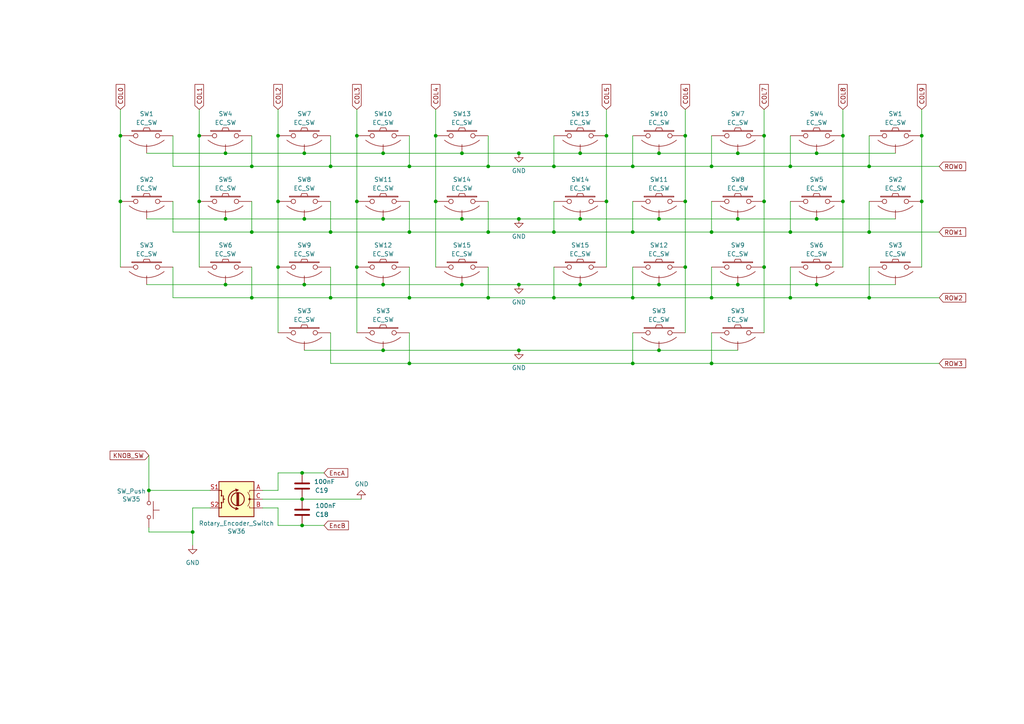
<source format=kicad_sch>
(kicad_sch (version 20230121) (generator eeschema)
  (paper "A4")
  (title_block (title "Le Capybara") (date "2023-07-08") (rev "0.2") (company "sporkus"))
  (lib_symbols
    (symbol "Device:C" (pin_numbers hide) (pin_names (offset 0.254))
      (property "Reference" "C" (at 0.635 2.54 0))
      (property "Value" "C" (at 0.635 -2.54 0))
      (symbol "C_0_1"
        (polyline (pts (xy -2.032 -0.762) (xy 2.032 -0.762)) (stroke (width 0.508)))
        (polyline (pts (xy -2.032 0.762) (xy 2.032 0.762)) (stroke (width 0.508)))
      )
      (symbol "C_1_1"
        (pin passive line (at 0 3.81 270) (length 2.794) (name "~") (number "1"))
        (pin passive line (at 0 -3.81 90) (length 2.794) (name "~") (number "2"))
      )
    )
    (symbol "LeChiffre-rescue:Rotary_Encoder_Switch-Device" (pin_names (offset 0.254) hide)
      (property "Reference" "SW" (at 0 6.604 0))
      (property "Value" "Rotary_Encoder_Switch-Device" (at 0 -6.604 0))
      (symbol "Rotary_Encoder_Switch-Device_0_1"
        (rectangle (start -5.08 5.08) (end 5.08 -5.08) (stroke (width 0.254)) (fill (type background)))
        (circle (center -3.81 0) (radius 0.254) (fill (type outline)))
        (arc (start -0.381 -2.794) (mid 2.3376 -0.0635) (end -0.381 2.667) (stroke (width 0.254)))
        (circle (center -0.381 0) (radius 1.905) (stroke (width 0.254)))
        (polyline (pts (xy -0.635 -1.778) (xy -0.635 1.778)) (stroke (width 0.254)))
        (polyline (pts (xy -0.381 -1.778) (xy -0.381 1.778)) (stroke (width 0.254)))
        (polyline (pts (xy -0.127 1.778) (xy -0.127 -1.778)) (stroke (width 0.254)))
        (polyline (pts (xy 3.81 0) (xy 3.429 0)) (stroke (width 0.254)))
        (polyline (pts (xy 3.81 1.016) (xy 3.81 -1.016)) (stroke (width 0.254)))
        (polyline (pts (xy -5.08 -2.54) (xy -3.81 -2.54) (xy -3.81 -2.032)))
        (polyline (pts (xy -5.08 2.54) (xy -3.81 2.54) (xy -3.81 2.032)))
        (polyline (pts (xy 0.254 -3.048) (xy -0.508 -2.794) (xy 0.127 -2.413)) (stroke (width 0.254)))
        (polyline (pts (xy 0.254 2.921) (xy -0.508 2.667) (xy 0.127 2.286)) (stroke (width 0.254)))
        (polyline (pts (xy 5.08 -2.54) (xy 4.318 -2.54) (xy 4.318 -1.016)) (stroke (width 0.254)))
        (polyline (pts (xy 5.08 2.54) (xy 4.318 2.54) (xy 4.318 1.016)) (stroke (width 0.254)))
        (polyline (pts (xy -5.08 0) (xy -3.81 0) (xy -3.81 -1.016) (xy -3.302 -2.032)))
        (polyline (pts (xy -4.318 0) (xy -3.81 0) (xy -3.81 1.016) (xy -3.302 2.032)))
        (circle (center 4.318 -1.016) (radius 0.127) (stroke (width 0.254)))
        (circle (center 4.318 1.016) (radius 0.127) (stroke (width 0.254)))
      )
      (symbol "Rotary_Encoder_Switch-Device_1_1"
        (pin passive line (at -7.62 2.54 0) (length 2.54) (name "A") (number "A"))
        (pin passive line (at -7.62 -2.54 0) (length 2.54) (name "B") (number "B"))
        (pin passive line (at -7.62 0 0) (length 2.54) (name "C") (number "C"))
        (pin passive line (at 7.62 2.54 180) (length 2.54) (name "S1") (number "S1"))
        (pin passive line (at 7.62 -2.54 180) (length 2.54) (name "S2") (number "S2"))
      )
    )
    (symbol "Switch:SW_Push" (pin_numbers hide) (pin_names (offset 1.016) hide)
      (property "Reference" "SW" (at 1.27 2.54 0))
      (property "Value" "SW_Push" (at 0 -1.524 0))
      (symbol "SW_Push_0_1"
        (circle (center -2.032 0) (radius 0.508))
        (polyline (pts (xy 0 1.27) (xy 0 3.048)))
        (polyline (pts (xy 2.54 1.27) (xy -2.54 1.27)))
        (circle (center 2.032 0) (radius 0.508))
        (pin passive line (at -5.08 0 0) (length 2.54) (name "1") (number "1"))
        (pin passive line (at 5.08 0 180) (length 2.54) (name "2") (number "2"))
      )
    )
    (symbol "cipulot_parts:EC_SW" (pin_numbers hide) (pin_names (offset 1.016) hide)
      (property "Reference" "SW" (at 3.81 2.794 0))
      (property "Value" "EC_SW" (at -3.81 3.81 0))
      (symbol "EC_SW_0_1"
        (arc (start -5.08 -1.27) (mid 0 -3.052) (end 5.08 -1.27))
        (rectangle (start -4.318 1.27) (end 4.318 1.524))
        (polyline (pts (xy -1.016 1.524) (xy -0.762 2.286) (xy 0.762 2.286) (xy 1.016 1.524)))
        (pin passive inverted (at -7.62 0 0) (length 5.08) (name "1") (number "1"))
        (pin passive inverted (at 7.62 0 180) (length 5.08) (name "2") (number "2"))
      )
      (symbol "EC_SW_1_1"
        (pin input line (at 0 -5.08 90) (length 2.54) (name "SG") (number "3"))
      )
    )
    (symbol "power:GND" (power) (pin_names (offset 0))
      (property "Value" "GND" (at 0 -3.81 0))
      (symbol "GND_0_1"
        (polyline (pts (xy 0 0) (xy 0 -1.27) (xy 1.27 -1.27) (xy 0 -2.54) (xy -1.27 -1.27) (xy 0 -1.27)))
      )
      (symbol "GND_1_1"
        (pin power_in line (at 0 0 270) (length 0) hide (name "GND") (number "1"))
      )
    )
  )
  (junction (at 221.615 58.42))
  (junction (at 65.405 82.55))
  (junction (at 206.375 86.36))
  (junction (at 111.125 82.55))
  (junction (at 150.495 44.45))
  (junction (at 88.265 82.55))
  (junction (at 236.855 44.45))
  (junction (at 175.895 58.42))
  (junction (at 206.375 67.31))
  (junction (at 73.025 86.36))
  (junction (at 80.645 39.37))
  (junction (at 150.495 63.5))
  (junction (at 87.63 137.16))
  (junction (at 118.745 105.41))
  (junction (at 221.615 77.47))
  (junction (at 213.995 82.55))
  (junction (at 183.515 67.31))
  (junction (at 150.495 82.55))
  (junction (at 87.63 152.4))
  (junction (at 126.365 39.37))
  (junction (at 141.605 86.36))
  (junction (at 198.755 39.37))
  (junction (at 34.925 58.42))
  (junction (at 267.335 58.42))
  (junction (at 103.505 77.47))
  (junction (at 73.025 67.31))
  (junction (at 191.135 82.55))
  (junction (at 229.235 67.31))
  (junction (at 252.095 67.31))
  (junction (at 88.265 63.5))
  (junction (at 244.475 58.42))
  (junction (at 244.475 39.37))
  (junction (at 221.615 39.37))
  (junction (at 95.885 67.31))
  (junction (at 95.885 86.36))
  (junction (at 34.925 39.37))
  (junction (at 168.275 82.55))
  (junction (at 111.125 63.5))
  (junction (at 87.63 144.78))
  (junction (at 88.265 44.45))
  (junction (at 168.275 44.45))
  (junction (at 118.745 48.26))
  (junction (at 191.135 101.6))
  (junction (at 126.365 58.42))
  (junction (at 183.515 48.26))
  (junction (at 267.335 39.37))
  (junction (at 133.985 82.55))
  (junction (at 55.88 154.305))
  (junction (at 111.125 101.6))
  (junction (at 206.375 48.26))
  (junction (at 191.135 63.5))
  (junction (at 213.995 63.5))
  (junction (at 183.515 105.41))
  (junction (at 198.755 77.47))
  (junction (at 133.985 63.5))
  (junction (at 103.505 58.42))
  (junction (at 141.605 48.26))
  (junction (at 73.025 48.26))
  (junction (at 160.655 67.31))
  (junction (at 168.275 63.5))
  (junction (at 103.505 39.37))
  (junction (at 252.095 86.36))
  (junction (at 198.755 58.42))
  (junction (at 57.785 39.37))
  (junction (at 160.655 86.36))
  (junction (at 118.745 86.36))
  (junction (at 43.18 142.24))
  (junction (at 111.125 44.45))
  (junction (at 95.885 48.26))
  (junction (at 213.995 44.45))
  (junction (at 229.235 86.36))
  (junction (at 252.095 48.26))
  (junction (at 65.405 44.45))
  (junction (at 133.985 44.45))
  (junction (at 150.495 101.6))
  (junction (at 141.605 67.31))
  (junction (at 65.405 63.5))
  (junction (at 80.645 58.42))
  (junction (at 160.655 48.26))
  (junction (at 183.515 86.36))
  (junction (at 80.645 77.47))
  (junction (at 206.375 105.41))
  (junction (at 118.745 67.31))
  (junction (at 191.135 44.45))
  (junction (at 236.855 63.5))
  (junction (at 236.855 82.55))
  (junction (at 175.895 39.37))
  (junction (at 57.785 58.42))
  (junction (at 229.235 48.26))
  (wire (pts (xy 206.375 48.26) (xy 183.515 48.26)))
  (wire (pts (xy 236.855 63.5) (xy 213.995 63.5)))
  (wire (pts (xy 87.63 152.4) (xy 80.645 152.4)))
  (wire (pts (xy 34.925 58.42) (xy 34.925 77.47)))
  (wire (pts (xy 88.265 44.45) (xy 111.125 44.45)))
  (wire (pts (xy 73.025 58.42) (xy 73.025 67.31)))
  (wire (pts (xy 50.165 77.47) (xy 50.165 86.36)))
  (wire (pts (xy 42.545 82.55) (xy 65.405 82.55)))
  (wire (pts (xy 252.095 39.37) (xy 252.095 48.26)))
  (wire (pts (xy 198.755 58.42) (xy 198.755 77.47)))
  (wire (pts (xy 43.18 142.24) (xy 60.96 142.24)))
  (wire (pts (xy 34.925 39.37) (xy 34.925 58.42)))
  (wire (pts (xy 191.135 63.5) (xy 168.275 63.5)))
  (wire (pts (xy 43.18 132.08) (xy 43.18 142.24)))
  (wire (pts (xy 272.415 105.41) (xy 206.375 105.41)))
  (wire (pts (xy 229.235 39.37) (xy 229.235 48.26)))
  (wire (pts (xy 80.645 77.47) (xy 80.645 96.52)))
  (wire (pts (xy 111.125 101.6) (xy 150.495 101.6)))
  (wire (pts (xy 95.885 96.52) (xy 95.885 105.41)))
  (wire (pts (xy 87.63 144.78) (xy 104.775 144.78)))
  (wire (pts (xy 213.995 101.6) (xy 191.135 101.6)))
  (wire (pts (xy 141.605 39.37) (xy 141.605 48.26)))
  (wire (pts (xy 229.235 86.36) (xy 206.375 86.36)))
  (wire (pts (xy 111.125 44.45) (xy 133.985 44.45)))
  (wire (pts (xy 206.375 105.41) (xy 183.515 105.41)))
  (wire (pts (xy 267.335 31.75) (xy 267.335 39.37)))
  (wire (pts (xy 236.855 82.55) (xy 213.995 82.55)))
  (wire (pts (xy 65.405 44.45) (xy 88.265 44.45)))
  (wire (pts (xy 229.235 67.31) (xy 206.375 67.31)))
  (wire (pts (xy 206.375 58.42) (xy 206.375 67.31)))
  (wire (pts (xy 259.715 82.55) (xy 236.855 82.55)))
  (wire (pts (xy 183.515 86.36) (xy 160.655 86.36)))
  (wire (pts (xy 272.415 67.31) (xy 252.095 67.31)))
  (wire (pts (xy 141.605 86.36) (xy 160.655 86.36)))
  (wire (pts (xy 168.275 44.45) (xy 150.495 44.45)))
  (wire (pts (xy 55.88 147.32) (xy 60.96 147.32)))
  (wire (pts (xy 141.605 58.42) (xy 141.605 67.31)))
  (wire (pts (xy 213.995 44.45) (xy 191.135 44.45)))
  (wire (pts (xy 80.645 152.4) (xy 80.645 147.32)))
  (wire (pts (xy 73.025 39.37) (xy 73.025 48.26)))
  (wire (pts (xy 272.415 48.26) (xy 252.095 48.26)))
  (wire (pts (xy 118.745 77.47) (xy 118.745 86.36)))
  (wire (pts (xy 183.515 67.31) (xy 160.655 67.31)))
  (wire (pts (xy 88.265 101.6) (xy 111.125 101.6)))
  (wire (pts (xy 229.235 77.47) (xy 229.235 86.36)))
  (wire (pts (xy 206.375 96.52) (xy 206.375 105.41)))
  (wire (pts (xy 206.375 39.37) (xy 206.375 48.26)))
  (wire (pts (xy 103.505 31.75) (xy 103.505 39.37)))
  (wire (pts (xy 103.505 58.42) (xy 103.505 77.47)))
  (wire (pts (xy 80.645 39.37) (xy 80.645 58.42)))
  (wire (pts (xy 50.165 67.31) (xy 73.025 67.31)))
  (wire (pts (xy 87.63 152.4) (xy 93.98 152.4)))
  (wire (pts (xy 88.265 63.5) (xy 111.125 63.5)))
  (wire (pts (xy 267.335 58.42) (xy 267.335 77.47)))
  (wire (pts (xy 95.885 39.37) (xy 95.885 48.26)))
  (wire (pts (xy 95.885 67.31) (xy 118.745 67.31)))
  (wire (pts (xy 118.745 58.42) (xy 118.745 67.31)))
  (wire (pts (xy 267.335 39.37) (xy 267.335 58.42)))
  (wire (pts (xy 221.615 77.47) (xy 221.615 96.52)))
  (wire (pts (xy 213.995 82.55) (xy 191.135 82.55)))
  (wire (pts (xy 57.785 39.37) (xy 57.785 58.42)))
  (wire (pts (xy 252.095 48.26) (xy 229.235 48.26)))
  (wire (pts (xy 95.885 86.36) (xy 118.745 86.36)))
  (wire (pts (xy 118.745 105.41) (xy 183.515 105.41)))
  (wire (pts (xy 252.095 67.31) (xy 229.235 67.31)))
  (wire (pts (xy 126.365 58.42) (xy 126.365 77.47)))
  (wire (pts (xy 95.885 58.42) (xy 95.885 67.31)))
  (wire (pts (xy 175.895 31.75) (xy 175.895 39.37)))
  (wire (pts (xy 221.615 58.42) (xy 221.615 77.47)))
  (wire (pts (xy 118.745 96.52) (xy 118.745 105.41)))
  (wire (pts (xy 252.095 58.42) (xy 252.095 67.31)))
  (wire (pts (xy 50.165 58.42) (xy 50.165 67.31)))
  (wire (pts (xy 168.275 82.55) (xy 150.495 82.55)))
  (wire (pts (xy 88.265 82.55) (xy 111.125 82.55)))
  (wire (pts (xy 259.715 44.45) (xy 236.855 44.45)))
  (wire (pts (xy 43.18 142.24) (xy 43.18 142.875)))
  (wire (pts (xy 43.18 153.035) (xy 43.18 154.305)))
  (wire (pts (xy 206.375 77.47) (xy 206.375 86.36)))
  (wire (pts (xy 175.895 39.37) (xy 175.895 58.42)))
  (wire (pts (xy 126.365 39.37) (xy 126.365 58.42)))
  (wire (pts (xy 141.605 67.31) (xy 160.655 67.31)))
  (wire (pts (xy 80.645 137.16) (xy 87.63 137.16)))
  (wire (pts (xy 183.515 48.26) (xy 160.655 48.26)))
  (wire (pts (xy 57.785 58.42) (xy 57.785 77.47)))
  (wire (pts (xy 95.885 48.26) (xy 118.745 48.26)))
  (wire (pts (xy 103.505 77.47) (xy 103.505 96.52)))
  (wire (pts (xy 160.655 39.37) (xy 160.655 48.26)))
  (wire (pts (xy 34.925 31.75) (xy 34.925 39.37)))
  (wire (pts (xy 244.475 39.37) (xy 244.475 58.42)))
  (wire (pts (xy 160.655 58.42) (xy 160.655 67.31)))
  (wire (pts (xy 244.475 58.42) (xy 244.475 77.47)))
  (wire (pts (xy 73.025 48.26) (xy 95.885 48.26)))
  (wire (pts (xy 50.165 86.36) (xy 73.025 86.36)))
  (wire (pts (xy 80.645 58.42) (xy 80.645 77.47)))
  (wire (pts (xy 221.615 39.37) (xy 221.615 58.42)))
  (wire (pts (xy 150.495 101.6) (xy 191.135 101.6)))
  (wire (pts (xy 87.63 144.78) (xy 76.2 144.78)))
  (wire (pts (xy 43.18 154.305) (xy 55.88 154.305)))
  (wire (pts (xy 80.645 31.75) (xy 80.645 39.37)))
  (wire (pts (xy 65.405 82.55) (xy 88.265 82.55)))
  (wire (pts (xy 80.645 142.24) (xy 76.2 142.24)))
  (wire (pts (xy 80.645 137.16) (xy 80.645 142.24)))
  (wire (pts (xy 103.505 39.37) (xy 103.505 58.42)))
  (wire (pts (xy 118.745 86.36) (xy 141.605 86.36)))
  (wire (pts (xy 183.515 96.52) (xy 183.515 105.41)))
  (wire (pts (xy 65.405 63.5) (xy 88.265 63.5)))
  (wire (pts (xy 95.885 77.47) (xy 95.885 86.36)))
  (wire (pts (xy 168.275 63.5) (xy 150.495 63.5)))
  (wire (pts (xy 42.545 44.45) (xy 65.405 44.45)))
  (wire (pts (xy 118.745 48.26) (xy 141.605 48.26)))
  (wire (pts (xy 118.745 39.37) (xy 118.745 48.26)))
  (wire (pts (xy 87.63 137.16) (xy 93.98 137.16)))
  (wire (pts (xy 150.495 63.5) (xy 133.985 63.5)))
  (wire (pts (xy 175.895 58.42) (xy 175.895 77.47)))
  (wire (pts (xy 259.715 63.5) (xy 236.855 63.5)))
  (wire (pts (xy 141.605 48.26) (xy 160.655 48.26)))
  (wire (pts (xy 73.025 86.36) (xy 95.885 86.36)))
  (wire (pts (xy 141.605 77.47) (xy 141.605 86.36)))
  (wire (pts (xy 55.88 158.115) (xy 55.88 154.305)))
  (wire (pts (xy 206.375 67.31) (xy 183.515 67.31)))
  (wire (pts (xy 42.545 63.5) (xy 65.405 63.5)))
  (wire (pts (xy 236.855 44.45) (xy 213.995 44.45)))
  (wire (pts (xy 183.515 77.47) (xy 183.515 86.36)))
  (wire (pts (xy 50.165 39.37) (xy 50.165 48.26)))
  (wire (pts (xy 55.88 154.305) (xy 55.88 147.32)))
  (wire (pts (xy 118.745 105.41) (xy 95.885 105.41)))
  (wire (pts (xy 191.135 82.55) (xy 168.275 82.55)))
  (wire (pts (xy 252.095 77.47) (xy 252.095 86.36)))
  (wire (pts (xy 73.025 67.31) (xy 95.885 67.31)))
  (wire (pts (xy 229.235 48.26) (xy 206.375 48.26)))
  (wire (pts (xy 126.365 31.75) (xy 126.365 39.37)))
  (wire (pts (xy 50.165 48.26) (xy 73.025 48.26)))
  (wire (pts (xy 111.125 63.5) (xy 133.985 63.5)))
  (wire (pts (xy 206.375 86.36) (xy 183.515 86.36)))
  (wire (pts (xy 198.755 39.37) (xy 198.755 58.42)))
  (wire (pts (xy 198.755 31.75) (xy 198.755 39.37)))
  (wire (pts (xy 191.135 44.45) (xy 168.275 44.45)))
  (wire (pts (xy 111.125 82.55) (xy 133.985 82.55)))
  (wire (pts (xy 118.745 67.31) (xy 141.605 67.31)))
  (wire (pts (xy 160.655 77.47) (xy 160.655 86.36)))
  (wire (pts (xy 80.645 147.32) (xy 76.2 147.32)))
  (wire (pts (xy 272.415 86.36) (xy 252.095 86.36)))
  (wire (pts (xy 229.235 58.42) (xy 229.235 67.31)))
  (wire (pts (xy 73.025 77.47) (xy 73.025 86.36)))
  (wire (pts (xy 183.515 39.37) (xy 183.515 48.26)))
  (wire (pts (xy 198.755 77.47) (xy 198.755 96.52)))
  (wire (pts (xy 213.995 63.5) (xy 191.135 63.5)))
  (wire (pts (xy 183.515 58.42) (xy 183.515 67.31)))
  (wire (pts (xy 244.475 31.75) (xy 244.475 39.37)))
  (wire (pts (xy 252.095 86.36) (xy 229.235 86.36)))
  (wire (pts (xy 150.495 82.55) (xy 133.985 82.55)))
  (wire (pts (xy 150.495 44.45) (xy 133.985 44.45)))
  (wire (pts (xy 221.615 31.75) (xy 221.615 39.37)))
  (wire (pts (xy 57.785 31.75) (xy 57.785 39.37)))
  (global_label "ROW2" (shape input) (at 272.415 86.36 0) (property "Intersheetrefs" "${INTERSHEET_REFS}" (effects hide)))
  (global_label "EncB" (shape input) (at 93.98 152.4 0) (property "Intersheetrefs" "${INTERSHEET_REFS}" (effects hide)))
  (global_label "COL7" (shape input) (at 221.615 31.75 90) (property "Intersheetrefs" "${INTERSHEET_REFS}" (effects hide)))
  (global_label "COL1" (shape input) (at 57.785 31.75 90) (property "Intersheetrefs" "${INTERSHEET_REFS}" (effects hide)))
  (global_label "COL2" (shape input) (at 80.645 31.75 90) (property "Intersheetrefs" "${INTERSHEET_REFS}" (effects hide)))
  (global_label "COL8" (shape input) (at 244.475 31.75 90) (property "Intersheetrefs" "${INTERSHEET_REFS}" (effects hide)))
  (global_label "ROW3" (shape input) (at 272.415 105.41 0) (property "Intersheetrefs" "${INTERSHEET_REFS}" (effects hide)))
  (global_label "COL9" (shape input) (at 267.335 31.75 90) (property "Intersheetrefs" "${INTERSHEET_REFS}" (effects hide)))
  (global_label "KNOB_SW" (shape input) (at 43.18 132.08 180) (property "Intersheetrefs" "${INTERSHEET_REFS}" (effects hide)))
  (global_label "COL0" (shape input) (at 34.925 31.75 90) (property "Intersheetrefs" "${INTERSHEET_REFS}" (effects hide)))
  (global_label "COL3" (shape input) (at 103.505 31.75 90) (property "Intersheetrefs" "${INTERSHEET_REFS}" (effects hide)))
  (global_label "ROW1" (shape input) (at 272.415 67.31 0) (property "Intersheetrefs" "${INTERSHEET_REFS}" (effects hide)))
  (global_label "COL6" (shape input) (at 198.755 31.75 90) (property "Intersheetrefs" "${INTERSHEET_REFS}" (effects hide)))
  (global_label "ROW0" (shape input) (at 272.415 48.26 0) (property "Intersheetrefs" "${INTERSHEET_REFS}" (effects hide)))
  (global_label "EncA" (shape input) (at 93.98 137.16 0) (property "Intersheetrefs" "${INTERSHEET_REFS}" (effects hide)))
  (global_label "COL5" (shape input) (at 175.895 31.75 90) (property "Intersheetrefs" "${INTERSHEET_REFS}" (effects hide)))
  (global_label "COL4" (shape input) (at 126.365 31.75 90) (property "Intersheetrefs" "${INTERSHEET_REFS}" (effects hide)))
  (symbol (lib_id "power:GND") (at 150.495 101.6 0) (unit 1)
    (property "Reference" "#PWR026" (effects hide))
    (property "Value" "GND" (at 150.495 106.68 0))
  )
  (symbol (lib_id "cipulot_parts:EC_SW") (at 191.135 96.52 0) (mirror y) (unit 1)
    (property "Reference" "SW3" (at 191.135 90.17 0))
    (property "Value" "EC_SW" (at 191.135 92.71 0))
    (property "Footprint" "capacitive_sensors:capy_pad_1U_90deg" (effects hide))
    (instances (project "tako" (path "" (reference "SW3") (unit 1))) (project "tako" (path "" (reference "SW17") (unit 1))) (project "le_capybara" (path "" (reference "SW33") (unit 1))))
  )
  (symbol (lib_id "Switch:SW_Push") (at 43.18 147.955 270) (mirror x) (unit 1)
    (property "Reference" "SW35" (at 38.1 144.78 90))
    (property "Value" "SW_Push" (at 38.1 142.4686 90))
    (property "Footprint" "modified_footrprints:MX-Solderable-1U" (effects hide))
    (instances (project "le_capybara" (path "" (reference "SW35") (unit 1))) (project "LeChiffre" (path "" (reference "SW?") (unit 1))))
  )
  (symbol (lib_id "cipulot_parts:EC_SW") (at 133.985 39.37 0) (unit 1) (in_bom no)
    (property "Reference" "SW13" (at 133.985 33.02 0))
    (property "Value" "EC_SW" (at 133.985 35.56 0))
    (property "Footprint" "capacitive_sensors:capy_pad_1U_90deg" (effects hide))
    (instances (project "tako" (path "" (reference "SW13") (unit 1))) (project "tako" (path "" (reference "SW5") (unit 1))) (project "le_capybara" (path "" (reference "SW5") (unit 1))))
  )
  (symbol (lib_id "cipulot_parts:EC_SW") (at 133.985 58.42 0) (unit 1) (in_bom no)
    (property "Reference" "SW14" (at 133.985 52.07 0))
    (property "Value" "EC_SW" (at 133.985 54.61 0))
    (property "Footprint" "capacitive_sensors:capy_pad_1U_90deg" (effects hide))
    (instances (project "tako" (path "" (reference "SW14") (unit 1))) (project "tako" (path "" (reference "SW10") (unit 1))) (project "le_capybara" (path "" (reference "SW15") (unit 1))))
  )
  (symbol (lib_id "cipulot_parts:EC_SW") (at 65.405 58.42 0) (unit 1) (in_bom no)
    (property "Reference" "SW5" (at 65.405 52.07 0))
    (property "Value" "EC_SW" (at 65.405 54.61 0))
    (property "Footprint" "capacitive_sensors:capy_pad_1U_90deg" (effects hide))
    (instances (project "tako" (path "" (reference "SW5") (unit 1))) (project "tako" (path "" (reference "SW7") (unit 1))) (project "le_capybara" (path "" (reference "SW12") (unit 1))))
  )
  (symbol (lib_id "power:GND") (at 150.495 44.45 0) (unit 1)
    (property "Reference" "#PWR02" (effects hide))
    (property "Value" "GND" (at 150.495 49.53 0))
  )
  (symbol (lib_id "cipulot_parts:EC_SW") (at 88.265 77.47 0) (unit 1) (in_bom no)
    (property "Reference" "SW9" (at 88.265 71.12 0))
    (property "Value" "EC_SW" (at 88.265 73.66 0))
    (property "Footprint" "capacitive_sensors:capy_pad_1U_90deg" (effects hide))
    (instances (project "tako" (path "" (reference "SW9") (unit 1))) (project "tako" (path "" (reference "SW13") (unit 1))) (project "le_capybara" (path "" (reference "SW23") (unit 1))))
  )
  (symbol (lib_id "cipulot_parts:EC_SW") (at 88.265 58.42 0) (unit 1) (in_bom no)
    (property "Reference" "SW8" (at 88.265 52.07 0))
    (property "Value" "EC_SW" (at 88.265 54.61 0))
    (property "Footprint" "capacitive_sensors:capy_pad_1U_90deg" (effects hide))
    (instances (project "tako" (path "" (reference "SW8") (unit 1))) (project "tako" (path "" (reference "SW8") (unit 1))) (project "le_capybara" (path "" (reference "SW13") (unit 1))))
  )
  (symbol (lib_id "Device:C") (at 87.63 148.59 0) (mirror x) (unit 1)
    (property "Reference" "C18" (at 91.44 149.225 0) (effects (justify left)))
    (property "Value" "100nF" (at 91.44 146.685 0) (effects (justify left)))
    (property "Footprint" "Capacitor_SMD:C_0402_1005Metric" (effects hide))
    (property "LCSC" "C307331" (effects hide))
    (instances (project "key_matrix" (path "" (reference "C18") (unit 1))) (project "bully" (path "" (reference "C18") (unit 1))) (project "le_capybara" (path "" (reference "C9") (unit 1))))
  )
  (symbol (lib_id "cipulot_parts:EC_SW") (at 168.275 77.47 0) (mirror y) (unit 1) (in_bom no)
    (property "Reference" "SW15" (at 168.275 71.12 0))
    (property "Value" "EC_SW" (at 168.275 73.66 0))
    (property "Footprint" "capacitive_sensors:capy_pad_1U_90deg" (effects hide))
    (instances (project "tako" (path "" (reference "SW15") (unit 1))) (project "tako" (path "" (reference "SW15") (unit 1))) (project "le_capybara" (path "" (reference "SW26") (unit 1))))
  )
  (symbol (lib_id "power:GND") (at 55.88 158.115 0) (mirror y) (unit 1)
    (property "Reference" "#PWR037" (effects hide))
    (property "Value" "GND" (at 55.88 163.195 0))
  )
  (symbol (lib_id "cipulot_parts:EC_SW") (at 236.855 77.47 0) (mirror y) (unit 1) (in_bom no)
    (property "Reference" "SW6" (at 236.855 71.12 0))
    (property "Value" "EC_SW" (at 236.855 73.66 0))
    (property "Footprint" "capacitive_sensors:capy_pad_1U_90deg" (effects hide))
    (instances (project "tako" (path "" (reference "SW6") (unit 1))) (project "tako" (path "" (reference "SW12") (unit 1))) (project "le_capybara" (path "" (reference "SW29") (unit 1))))
  )
  (symbol (lib_id "cipulot_parts:EC_SW") (at 88.265 96.52 0) (unit 1) (in_bom no)
    (property "Reference" "SW3" (at 88.265 90.17 0))
    (property "Value" "EC_SW" (at 88.265 92.71 0))
    (property "Footprint" "capacitive_sensors:capy_pad_1U_90deg" (effects hide))
    (instances (project "tako" (path "" (reference "SW3") (unit 1))) (project "tako" (path "" (reference "SW16") (unit 1))) (project "le_capybara" (path "" (reference "SW31") (unit 1))))
  )
  (symbol (lib_id "cipulot_parts:EC_SW") (at 111.125 96.52 0) (mirror y) (unit 1)
    (property "Reference" "SW3" (at 111.125 90.17 0))
    (property "Value" "EC_SW" (at 111.125 92.71 0))
    (property "Footprint" "capacitive_sensors:capy_pad_1U_90deg" (effects hide))
    (instances (project "tako" (path "" (reference "SW3") (unit 1))) (project "tako" (path "" (reference "SW17") (unit 1))) (project "le_capybara" (path "" (reference "SW32") (unit 1))))
  )
  (symbol (lib_id "cipulot_parts:EC_SW") (at 111.125 58.42 0) (unit 1) (in_bom no)
    (property "Reference" "SW11" (at 111.125 52.07 0))
    (property "Value" "EC_SW" (at 111.125 54.61 0))
    (property "Footprint" "capacitive_sensors:capy_pad_1U_90deg" (effects hide))
    (instances (project "tako" (path "" (reference "SW11") (unit 1))) (project "tako" (path "" (reference "SW9") (unit 1))) (project "le_capybara" (path "" (reference "SW14") (unit 1))))
  )
  (symbol (lib_id "cipulot_parts:EC_SW") (at 88.265 39.37 0) (unit 1) (in_bom no)
    (property "Reference" "SW7" (at 88.265 33.02 0))
    (property "Value" "EC_SW" (at 88.265 35.56 0))
    (property "Footprint" "capacitive_sensors:capy_pad_1U_90deg" (effects hide))
    (instances (project "tako" (path "" (reference "SW7") (unit 1))) (project "tako" (path "" (reference "SW3") (unit 1))) (project "le_capybara" (path "" (reference "SW3") (unit 1))))
  )
  (symbol (lib_id "cipulot_parts:EC_SW") (at 259.715 77.47 0) (mirror y) (unit 1) (in_bom no)
    (property "Reference" "SW3" (at 259.715 71.12 0))
    (property "Value" "EC_SW" (at 259.715 73.66 0))
    (property "Footprint" "capacitive_sensors:capy_pad_1U_90deg" (effects hide))
    (instances (project "tako" (path "" (reference "SW3") (unit 1))) (project "tako" (path "" (reference "SW11") (unit 1))) (project "le_capybara" (path "" (reference "SW30") (unit 1))))
  )
  (symbol (lib_id "cipulot_parts:EC_SW") (at 168.275 39.37 0) (mirror y) (unit 1) (in_bom no)
    (property "Reference" "SW13" (at 168.275 33.02 0))
    (property "Value" "EC_SW" (at 168.275 35.56 0))
    (property "Footprint" "capacitive_sensors:capy_pad_1U_90deg" (effects hide))
    (instances (project "tako" (path "" (reference "SW13") (unit 1))) (project "tako" (path "" (reference "SW5") (unit 1))) (project "le_capybara" (path "" (reference "SW6") (unit 1))))
  )
  (symbol (lib_id "cipulot_parts:EC_SW") (at 259.715 39.37 0) (mirror y) (unit 1) (in_bom no)
    (property "Reference" "SW1" (at 259.715 33.02 0))
    (property "Value" "EC_SW" (at 259.715 35.56 0))
    (property "Footprint" "capacitive_sensors:capy_pad_1U_90deg" (effects hide))
    (instances (project "tako" (path "" (reference "SW1") (unit 1))) (project "tako" (path "" (reference "SW1") (unit 1))) (project "le_capybara" (path "" (reference "SW10") (unit 1))))
  )
  (symbol (lib_id "cipulot_parts:EC_SW") (at 42.545 77.47 0) (unit 1) (in_bom no)
    (property "Reference" "SW3" (at 42.545 71.12 0))
    (property "Value" "EC_SW" (at 42.545 73.66 0))
    (property "Footprint" "capacitive_sensors:capy_pad_1U_90deg" (effects hide))
    (instances (project "tako" (path "" (reference "SW3") (unit 1))) (project "tako" (path "" (reference "SW11") (unit 1))) (project "le_capybara" (path "" (reference "SW21") (unit 1))))
  )
  (symbol (lib_id "Device:C") (at 87.63 140.97 0) (unit 1)
    (property "Reference" "C19" (at 95.25 142.24 0) (effects (justify right)))
    (property "Value" "100nF" (at 97.155 139.7 0) (effects (justify right)))
    (property "Footprint" "Capacitor_SMD:C_0402_1005Metric" (effects hide))
    (property "LCSC" "C307331" (effects hide))
    (instances (project "key_matrix" (path "" (reference "C19") (unit 1))) (project "bully" (path "" (reference "C19") (unit 1))) (project "le_capybara" (path "" (reference "C10") (unit 1))))
  )
  (symbol (lib_id "cipulot_parts:EC_SW") (at 168.275 58.42 0) (unit 1) (in_bom no)
    (property "Reference" "SW14" (at 168.275 52.07 0))
    (property "Value" "EC_SW" (at 168.275 54.61 0))
    (property "Footprint" "capacitive_sensors:capy_pad_1U_90deg" (effects hide))
    (instances (project "tako" (path "" (reference "SW14") (unit 1))) (project "tako" (path "" (reference "SW10") (unit 1))) (project "le_capybara" (path "" (reference "SW16") (unit 1))))
  )
  (symbol (lib_id "cipulot_parts:EC_SW") (at 191.135 77.47 0) (mirror y) (unit 1) (in_bom no)
    (property "Reference" "SW12" (at 191.135 71.12 0))
    (property "Value" "EC_SW" (at 191.135 73.66 0))
    (property "Footprint" "capacitive_sensors:capy_pad_1U_90deg" (effects hide))
    (instances (project "tako" (path "" (reference "SW12") (unit 1))) (project "tako" (path "" (reference "SW14") (unit 1))) (project "le_capybara" (path "" (reference "SW27") (unit 1))))
  )
  (symbol (lib_id "cipulot_parts:EC_SW") (at 236.855 39.37 0) (mirror y) (unit 1) (in_bom no)
    (property "Reference" "SW4" (at 236.855 33.02 0))
    (property "Value" "EC_SW" (at 236.855 35.56 0))
    (property "Footprint" "capacitive_sensors:capy_pad_1U_90deg" (effects hide))
    (instances (project "tako" (path "" (reference "SW4") (unit 1))) (project "tako" (path "" (reference "SW2") (unit 1))) (project "le_capybara" (path "" (reference "SW9") (unit 1))))
  )
  (symbol (lib_id "cipulot_parts:EC_SW") (at 213.995 96.52 0) (mirror y) (unit 1) (in_bom no)
    (property "Reference" "SW3" (at 213.995 90.17 0))
    (property "Value" "EC_SW" (at 213.995 92.71 0))
    (property "Footprint" "capacitive_sensors:capy_pad_1U_90deg" (effects hide))
    (instances (project "tako" (path "" (reference "SW3") (unit 1))) (project "tako" (path "" (reference "SW16") (unit 1))) (project "le_capybara" (path "" (reference "SW34") (unit 1))))
  )
  (symbol (lib_id "cipulot_parts:EC_SW") (at 213.995 77.47 0) (mirror y) (unit 1) (in_bom no)
    (property "Reference" "SW9" (at 213.995 71.12 0))
    (property "Value" "EC_SW" (at 213.995 73.66 0))
    (property "Footprint" "capacitive_sensors:capy_pad_1U_90deg" (effects hide))
    (instances (project "tako" (path "" (reference "SW9") (unit 1))) (project "tako" (path "" (reference "SW13") (unit 1))) (project "le_capybara" (path "" (reference "SW28") (unit 1))))
  )
  (symbol (lib_id "power:GND") (at 150.495 63.5 0) (unit 1)
    (property "Reference" "#PWR024" (effects hide))
    (property "Value" "GND" (at 150.495 68.58 0))
  )
  (symbol (lib_id "cipulot_parts:EC_SW") (at 213.995 39.37 0) (mirror y) (unit 1) (in_bom no)
    (property "Reference" "SW7" (at 213.995 33.02 0))
    (property "Value" "EC_SW" (at 213.995 35.56 0))
    (property "Footprint" "capacitive_sensors:capy_pad_1U_90deg" (effects hide))
    (instances (project "tako" (path "" (reference "SW7") (unit 1))) (project "tako" (path "" (reference "SW3") (unit 1))) (project "le_capybara" (path "" (reference "SW8") (unit 1))))
  )
  (symbol (lib_id "power:GND") (at 104.775 144.78 0) (mirror x) (unit 1)
    (property "Reference" "#PWR027" (effects hide))
    (property "Value" "GND" (at 104.902 140.3858 0))
    (instances (project "le_capybara" (path "" (reference "#PWR027") (unit 1))) (project "LeChiffre" (path "" (reference "#PWR?") (unit 1))))
  )
  (symbol (lib_id "cipulot_parts:EC_SW") (at 65.405 39.37 0) (unit 1) (in_bom no)
    (property "Reference" "SW4" (at 65.405 33.02 0))
    (property "Value" "EC_SW" (at 65.405 35.56 0))
    (property "Footprint" "capacitive_sensors:capy_pad_1U_90deg" (effects hide))
    (instances (project "tako" (path "" (reference "SW4") (unit 1))) (project "tako" (path "" (reference "SW2") (unit 1))) (project "le_capybara" (path "" (reference "SW2") (unit 1))))
  )
  (symbol (lib_id "LeChiffre-rescue:Rotary_Encoder_Switch-Device") (at 68.58 144.78 0) (mirror y) (unit 1) (in_bom no)
    (property "Reference" "SW36" (at 68.58 154.1018 0))
    (property "Value" "Rotary_Encoder_Switch" (at 68.58 151.7904 0))
    (property "Footprint" "modified_footrprints:ROT_Alps_EC11E-Switch" (effects hide))
    (instances (project "le_capybara" (path "" (reference "SW36") (unit 1))) (project "LeChiffre" (path "" (reference "SW?") (unit 1))))
  )
  (symbol (lib_id "cipulot_parts:EC_SW") (at 133.985 77.47 0) (unit 1) (in_bom no)
    (property "Reference" "SW15" (at 133.985 71.12 0))
    (property "Value" "EC_SW" (at 133.985 73.66 0))
    (property "Footprint" "capacitive_sensors:capy_pad_1U_90deg" (effects hide))
    (instances (project "tako" (path "" (reference "SW15") (unit 1))) (project "tako" (path "" (reference "SW15") (unit 1))) (project "le_capybara" (path "" (reference "SW25") (unit 1))))
  )
  (symbol (lib_id "power:GND") (at 150.495 82.55 0) (unit 1)
    (property "Reference" "#PWR025" (effects hide))
    (property "Value" "GND" (at 150.495 87.63 0))
  )
  (symbol (lib_id "cipulot_parts:EC_SW") (at 191.135 39.37 0) (mirror y) (unit 1) (in_bom no)
    (property "Reference" "SW10" (at 191.135 33.02 0))
    (property "Value" "EC_SW" (at 191.135 35.56 0))
    (property "Footprint" "capacitive_sensors:capy_pad_1U_90deg" (effects hide))
    (instances (project "tako" (path "" (reference "SW10") (unit 1))) (project "tako" (path "" (reference "SW4") (unit 1))) (project "le_capybara" (path "" (reference "SW7") (unit 1))))
  )
  (symbol (lib_id "cipulot_parts:EC_SW") (at 236.855 58.42 0) (mirror y) (unit 1) (in_bom no)
    (property "Reference" "SW5" (at 236.855 52.07 0))
    (property "Value" "EC_SW" (at 236.855 54.61 0))
    (property "Footprint" "capacitive_sensors:capy_pad_1U_90deg" (effects hide))
    (instances (project "tako" (path "" (reference "SW5") (unit 1))) (project "tako" (path "" (reference "SW7") (unit 1))) (project "le_capybara" (path "" (reference "SW19") (unit 1))))
  )
  (symbol (lib_id "cipulot_parts:EC_SW") (at 42.545 39.37 0) (unit 1) (in_bom no)
    (property "Reference" "SW1" (at 42.545 33.02 0))
    (property "Value" "EC_SW" (at 42.545 35.56 0))
    (property "Footprint" "capacitive_sensors:capy_pad_1U_90deg" (effects hide))
  )
  (symbol (lib_id "cipulot_parts:EC_SW") (at 42.545 58.42 0) (unit 1) (in_bom no)
    (property "Reference" "SW2" (at 42.545 52.07 0))
    (property "Value" "EC_SW" (at 42.545 54.61 0))
    (property "Footprint" "capacitive_sensors:capy_pad_1U_90deg" (effects hide))
    (instances (project "tako" (path "" (reference "SW2") (unit 1))) (project "tako" (path "" (reference "SW6") (unit 1))) (project "le_capybara" (path "" (reference "SW11") (unit 1))))
  )
  (symbol (lib_id "cipulot_parts:EC_SW") (at 111.125 77.47 0) (unit 1) (in_bom no)
    (property "Reference" "SW12" (at 111.125 71.12 0))
    (property "Value" "EC_SW" (at 111.125 73.66 0))
    (property "Footprint" "capacitive_sensors:capy_pad_1U_90deg" (effects hide))
    (instances (project "tako" (path "" (reference "SW12") (unit 1))) (project "tako" (path "" (reference "SW14") (unit 1))) (project "le_capybara" (path "" (reference "SW24") (unit 1))))
  )
  (symbol (lib_id "cipulot_parts:EC_SW") (at 213.995 58.42 0) (mirror y) (unit 1) (in_bom no)
    (property "Reference" "SW8" (at 213.995 52.07 0))
    (property "Value" "EC_SW" (at 213.995 54.61 0))
    (property "Footprint" "capacitive_sensors:capy_pad_1U_90deg" (effects hide))
    (instances (project "tako" (path "" (reference "SW8") (unit 1))) (project "tako" (path "" (reference "SW8") (unit 1))) (project "le_capybara" (path "" (reference "SW18") (unit 1))))
  )
  (symbol (lib_id "cipulot_parts:EC_SW") (at 111.125 39.37 0) (unit 1) (in_bom no)
    (property "Reference" "SW10" (at 111.125 33.02 0))
    (property "Value" "EC_SW" (at 111.125 35.56 0))
    (property "Footprint" "capacitive_sensors:capy_pad_1U_90deg" (effects hide))
    (instances (project "tako" (path "" (reference "SW10") (unit 1))) (project "tako" (path "" (reference "SW4") (unit 1))) (project "le_capybara" (path "" (reference "SW4") (unit 1))))
  )
  (symbol (lib_id "cipulot_parts:EC_SW") (at 65.405 77.47 0) (unit 1) (in_bom no)
    (property "Reference" "SW6" (at 65.405 71.12 0))
    (property "Value" "EC_SW" (at 65.405 73.66 0))
    (property "Footprint" "capacitive_sensors:capy_pad_1U_90deg" (effects hide))
    (instances (project "tako" (path "" (reference "SW6") (unit 1))) (project "tako" (path "" (reference "SW12") (unit 1))) (project "le_capybara" (path "" (reference "SW22") (unit 1))))
  )
  (symbol (lib_id "cipulot_parts:EC_SW") (at 191.135 58.42 0) (mirror y) (unit 1) (in_bom no)
    (property "Reference" "SW11" (at 191.135 52.07 0))
    (property "Value" "EC_SW" (at 191.135 54.61 0))
    (property "Footprint" "capacitive_sensors:capy_pad_1U_90deg" (effects hide))
    (instances (project "tako" (path "" (reference "SW11") (unit 1))) (project "tako" (path "" (reference "SW9") (unit 1))) (project "le_capybara" (path "" (reference "SW17") (unit 1))))
  )
  (symbol (lib_id "cipulot_parts:EC_SW") (at 259.715 58.42 0) (mirror y) (unit 1) (in_bom no)
    (property "Reference" "SW2" (at 259.715 52.07 0))
    (property "Value" "EC_SW" (at 259.715 54.61 0))
    (property "Footprint" "capacitive_sensors:capy_pad_1U_90deg" (effects hide))
    (instances (project "tako" (path "" (reference "SW2") (unit 1))) (project "tako" (path "" (reference "SW6") (unit 1))) (project "le_capybara" (path "" (reference "SW20") (unit 1))))
  )
)
</source>
